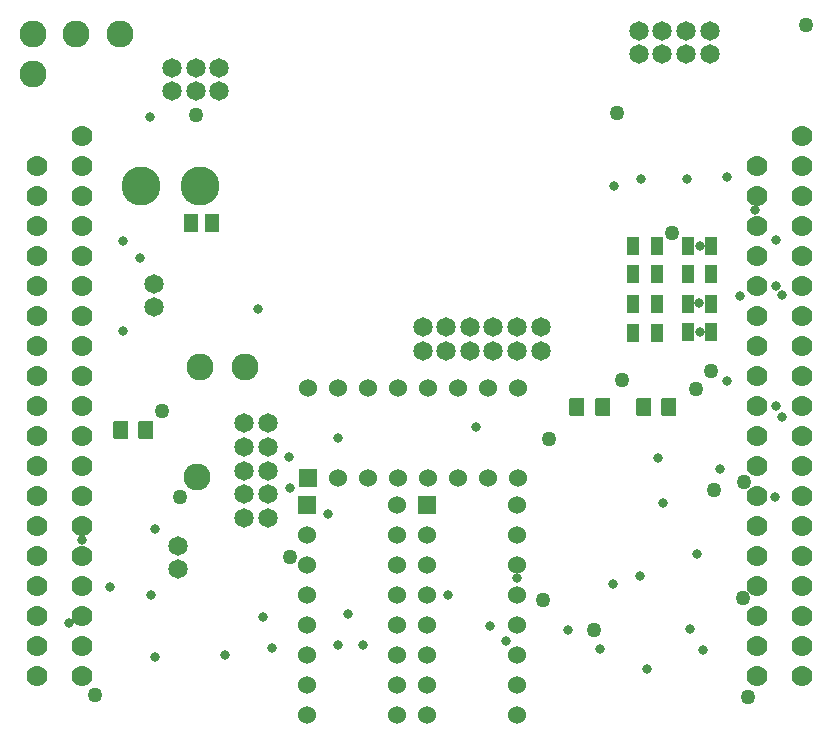
<source format=gbr>
G04 PROTEUS GERBER X2 FILE*
%TF.GenerationSoftware,Labcenter,Proteus,8.12-SP0-Build30713*%
%TF.CreationDate,2021-08-05T01:58:47+00:00*%
%TF.FileFunction,Soldermask,Bot*%
%TF.FilePolarity,Negative*%
%TF.Part,Single*%
%TF.SameCoordinates,{c268b761-3c90-48aa-9c34-52fb7bb1cfd9}*%
%FSLAX45Y45*%
%MOMM*%
G01*
%TA.AperFunction,Material*%
%ADD36C,0.812800*%
%ADD37C,1.270000*%
%TA.AperFunction,Material*%
%ADD39C,1.778000*%
%AMPPAD034*
4,1,36,
0.762000,0.635000,
0.762000,-0.635000,
0.759470,-0.660970,
0.752200,-0.684980,
0.740650,-0.706580,
0.725290,-0.725290,
0.706570,-0.740650,
0.684980,-0.752200,
0.660970,-0.759470,
0.635000,-0.762000,
-0.635000,-0.762000,
-0.660970,-0.759470,
-0.684980,-0.752200,
-0.706570,-0.740650,
-0.725290,-0.725290,
-0.740650,-0.706580,
-0.752200,-0.684980,
-0.759470,-0.660970,
-0.762000,-0.635000,
-0.762000,0.635000,
-0.759470,0.660970,
-0.752200,0.684980,
-0.740650,0.706580,
-0.725290,0.725290,
-0.706570,0.740650,
-0.684980,0.752200,
-0.660970,0.759470,
-0.635000,0.762000,
0.635000,0.762000,
0.660970,0.759470,
0.684980,0.752200,
0.706570,0.740650,
0.725290,0.725290,
0.740650,0.706580,
0.752200,0.684980,
0.759470,0.660970,
0.762000,0.635000,
0*%
%TA.AperFunction,Material*%
%ADD40PPAD034*%
%ADD41C,1.524000*%
%AMPPAD052*
4,1,4,
-0.469900,-0.723900,
0.469900,-0.723900,
0.469900,0.723900,
-0.469900,0.723900,
-0.469900,-0.723900,
0*%
%TA.AperFunction,Material*%
%ADD58PPAD052*%
%TA.AperFunction,Material*%
%ADD47C,1.651000*%
%AMPPAD043*
4,1,36,
-0.635000,0.762000,
0.635000,0.762000,
0.660970,0.759470,
0.684980,0.752200,
0.706580,0.740650,
0.725290,0.725290,
0.740650,0.706570,
0.752200,0.684980,
0.759470,0.660970,
0.762000,0.635000,
0.762000,-0.635000,
0.759470,-0.660970,
0.752200,-0.684980,
0.740650,-0.706570,
0.725290,-0.725290,
0.706580,-0.740650,
0.684980,-0.752200,
0.660970,-0.759470,
0.635000,-0.762000,
-0.635000,-0.762000,
-0.660970,-0.759470,
-0.684980,-0.752200,
-0.706580,-0.740650,
-0.725290,-0.725290,
-0.740650,-0.706570,
-0.752200,-0.684980,
-0.759470,-0.660970,
-0.762000,-0.635000,
-0.762000,0.635000,
-0.759470,0.660970,
-0.752200,0.684980,
-0.740650,0.706570,
-0.725290,0.725290,
-0.706580,0.740650,
-0.684980,0.752200,
-0.660970,0.759470,
-0.635000,0.762000,
0*%
%TA.AperFunction,Material*%
%ADD49PPAD043*%
%TA.AperFunction,Material*%
%ADD50C,3.302000*%
%AMPPAD053*
4,1,36,
0.508000,0.762000,
-0.508000,0.762000,
-0.533970,0.759470,
-0.557980,0.752200,
-0.579580,0.740650,
-0.598290,0.725290,
-0.613650,0.706570,
-0.625200,0.684980,
-0.632470,0.660970,
-0.635000,0.635000,
-0.635000,-0.635000,
-0.632470,-0.660970,
-0.625200,-0.684980,
-0.613650,-0.706570,
-0.598290,-0.725290,
-0.579580,-0.740650,
-0.557980,-0.752200,
-0.533970,-0.759470,
-0.508000,-0.762000,
0.508000,-0.762000,
0.533970,-0.759470,
0.557980,-0.752200,
0.579580,-0.740650,
0.598290,-0.725290,
0.613650,-0.706570,
0.625200,-0.684980,
0.632470,-0.660970,
0.635000,-0.635000,
0.635000,0.635000,
0.632470,0.660970,
0.625200,0.684980,
0.613650,0.706570,
0.598290,0.725290,
0.579580,0.740650,
0.557980,0.752200,
0.533970,0.759470,
0.508000,0.762000,
0*%
%ADD59PPAD053*%
%TA.AperFunction,Material*%
%ADD55C,2.286000*%
%AMPPAD054*
4,1,4,
-0.571500,-0.723900,
0.571500,-0.723900,
0.571500,0.723900,
-0.571500,0.723900,
-0.571500,-0.723900,
0*%
%TA.AperFunction,Material*%
%ADD60PPAD054*%
%TD.AperFunction*%
D36*
X+3975000Y+2410000D03*
X+2248473Y+538991D03*
X+5030000Y+535000D03*
X+640000Y+1454682D03*
X+6045000Y+2060000D03*
X+5873646Y+3218160D03*
X+5863063Y+3466868D03*
X+6568019Y+3528460D03*
X+6568019Y+2497373D03*
X+6343584Y+4253300D03*
X+6519308Y+3998418D03*
X+6515000Y+3605000D03*
X+6514740Y+2589969D03*
X+6511320Y+1823177D03*
D37*
X+5967810Y+2889306D03*
D36*
X+1261942Y+1551886D03*
X+5760000Y+4515000D03*
X+5375000Y+4515000D03*
X+6105000Y+2800000D03*
X+1220000Y+5040000D03*
X+2893587Y+828904D03*
D37*
X+2406671Y+1313311D03*
D36*
X+4097083Y+730914D03*
X+3019851Y+568384D03*
X+2808185Y+566686D03*
X+2721250Y+1679634D03*
X+2400000Y+1900000D03*
D37*
X+6775000Y+5815000D03*
D36*
X+5870081Y+3946698D03*
X+6213656Y+3520168D03*
D37*
X+5839545Y+2738637D03*
X+4594367Y+2308458D03*
D36*
X+5562705Y+1772965D03*
X+5515000Y+2155000D03*
X+5852655Y+1342166D03*
X+3743848Y+995800D03*
X+4233969Y+605861D03*
X+5900000Y+525000D03*
X+5792917Y+700000D03*
X+5362947Y+1150658D03*
X+4326529Y+1136449D03*
X+5137455Y+1088483D03*
X+4756869Y+699624D03*
D37*
X+6280000Y+125000D03*
X+750087Y+142651D03*
D36*
X+875000Y+1056168D03*
X+1227746Y+989777D03*
X+2170612Y+808466D03*
D37*
X+1475494Y+1818235D03*
D36*
X+1850264Y+483591D03*
X+1260000Y+465000D03*
D37*
X+5993993Y+1877360D03*
X+6244015Y+1952651D03*
X+5170000Y+5070000D03*
D36*
X+6103527Y+4531143D03*
X+5423540Y+361688D03*
D37*
X+5210530Y+2814148D03*
X+6240000Y+970000D03*
X+4979473Y+693780D03*
D36*
X+2394949Y+2162980D03*
X+2810000Y+2320000D03*
D37*
X+1605114Y+5058055D03*
X+4547116Y+952889D03*
X+5633621Y+4060070D03*
X+1315000Y+2550000D03*
D36*
X+986767Y+3991061D03*
X+1132194Y+3842828D03*
X+528012Y+755553D03*
X+985000Y+3225126D03*
X+2128723Y+3417429D03*
X+5145000Y+4455000D03*
D39*
X+6737000Y+4880000D03*
X+6356000Y+4626000D03*
X+6737000Y+4626000D03*
X+6356000Y+4372000D03*
X+6737000Y+4372000D03*
X+6356000Y+4118000D03*
X+6737000Y+4118000D03*
X+6356000Y+3864000D03*
X+6737000Y+3864000D03*
X+6356000Y+3610000D03*
X+6737000Y+3610000D03*
X+6356000Y+3356000D03*
X+6737000Y+3356000D03*
X+6356000Y+3102000D03*
X+6737000Y+3102000D03*
X+6356000Y+2848000D03*
X+6737000Y+2848000D03*
X+6356000Y+2594000D03*
X+6737000Y+2594000D03*
X+6356000Y+2340000D03*
X+6737000Y+2340000D03*
X+6356000Y+2086000D03*
X+6737000Y+2086000D03*
X+6356000Y+1832000D03*
X+6737000Y+1832000D03*
X+6356000Y+1578000D03*
X+6737000Y+1578000D03*
X+6356000Y+1324000D03*
X+6737000Y+1324000D03*
X+6356000Y+1070000D03*
X+6737000Y+1070000D03*
X+6356000Y+816000D03*
X+6737000Y+816000D03*
X+6356000Y+562000D03*
X+6737000Y+562000D03*
X+6356000Y+308000D03*
X+6737000Y+308000D03*
D40*
X+2547768Y+1750944D03*
D41*
X+2547768Y+1496944D03*
X+2547768Y+1242944D03*
X+2547768Y+988944D03*
X+2547768Y+734944D03*
X+2547768Y+480944D03*
X+2547768Y+226944D03*
X+2547768Y-27056D03*
X+3309768Y-27056D03*
X+3309768Y+226944D03*
X+3309768Y+480944D03*
X+3309768Y+734944D03*
X+3309768Y+988944D03*
X+3309768Y+1242944D03*
X+3309768Y+1496944D03*
X+3309768Y+1750944D03*
D40*
X+3559768Y+1750944D03*
D41*
X+3559768Y+1496944D03*
X+3559768Y+1242944D03*
X+3559768Y+988944D03*
X+3559768Y+734944D03*
X+3559768Y+480944D03*
X+3559768Y+226944D03*
X+3559768Y-27056D03*
X+4321768Y-27056D03*
X+4321768Y+226944D03*
X+4321768Y+480944D03*
X+4321768Y+734944D03*
X+4321768Y+988944D03*
X+4321768Y+1242944D03*
X+4321768Y+1496944D03*
X+4321768Y+1750944D03*
D58*
X+5310000Y+3456327D03*
X+5510000Y+3456327D03*
X+5310000Y+3211327D03*
X+5510000Y+3211327D03*
X+5310000Y+3946327D03*
X+5510000Y+3946327D03*
X+5310000Y+3706327D03*
X+5510000Y+3706327D03*
X+5770000Y+3946327D03*
X+5970000Y+3946327D03*
X+5770000Y+3711327D03*
X+5970000Y+3711327D03*
X+5770000Y+3456327D03*
X+5970000Y+3456327D03*
X+5770000Y+3216327D03*
X+5970000Y+3216327D03*
D47*
X+1405000Y+5255000D03*
X+1405000Y+5455000D03*
X+1605000Y+5255000D03*
X+1605000Y+5455000D03*
X+1805000Y+5255000D03*
X+1805000Y+5455000D03*
D49*
X+2555768Y+1984944D03*
D41*
X+2809768Y+1984944D03*
X+3063768Y+1984944D03*
X+3317768Y+1984944D03*
X+3571768Y+1984944D03*
X+3825768Y+1984944D03*
X+4079768Y+1984944D03*
X+4333768Y+1984944D03*
X+4333768Y+2746944D03*
X+4079768Y+2746944D03*
X+3825768Y+2746944D03*
X+3571768Y+2746944D03*
X+3317768Y+2746944D03*
X+3063768Y+2746944D03*
X+2809768Y+2746944D03*
X+2555768Y+2746944D03*
D50*
X+1139620Y+4455000D03*
X+1640000Y+4455000D03*
D59*
X+5050000Y+2580000D03*
X+4836640Y+2580000D03*
X+5613360Y+2580000D03*
X+5400000Y+2580000D03*
X+1183360Y+2390000D03*
X+970000Y+2390000D03*
D47*
X+1249056Y+3629056D03*
X+1249056Y+3429056D03*
D39*
X+641000Y+4876000D03*
X+260000Y+4622000D03*
X+641000Y+4622000D03*
X+260000Y+4368000D03*
X+641000Y+4368000D03*
X+260000Y+4114000D03*
X+641000Y+4114000D03*
X+260000Y+3860000D03*
X+641000Y+3860000D03*
X+260000Y+3606000D03*
X+641000Y+3606000D03*
X+260000Y+3352000D03*
X+641000Y+3352000D03*
X+260000Y+3098000D03*
X+641000Y+3098000D03*
X+260000Y+2844000D03*
X+641000Y+2844000D03*
X+260000Y+2590000D03*
X+641000Y+2590000D03*
X+260000Y+2336000D03*
X+641000Y+2336000D03*
X+260000Y+2082000D03*
X+641000Y+2082000D03*
X+260000Y+1828000D03*
X+641000Y+1828000D03*
X+260000Y+1574000D03*
X+641000Y+1574000D03*
X+260000Y+1320000D03*
X+641000Y+1320000D03*
X+260000Y+1066000D03*
X+641000Y+1066000D03*
X+260000Y+812000D03*
X+641000Y+812000D03*
X+260000Y+558000D03*
X+641000Y+558000D03*
X+260000Y+304000D03*
X+641000Y+304000D03*
D47*
X+1455000Y+1210000D03*
X+1455000Y+1410000D03*
D55*
X+1615000Y+1990000D03*
X+230000Y+5405000D03*
D47*
X+5355000Y+5570000D03*
X+5355000Y+5770000D03*
X+5555000Y+5570000D03*
X+5555000Y+5770000D03*
X+5755000Y+5570000D03*
X+5755000Y+5770000D03*
X+5955000Y+5570000D03*
X+5955000Y+5770000D03*
X+2015000Y+2445000D03*
X+2215000Y+2445000D03*
X+2015000Y+2245000D03*
X+2215000Y+2245000D03*
X+2015000Y+2045000D03*
X+2215000Y+2045000D03*
X+2015000Y+1845000D03*
X+2215000Y+1845000D03*
X+2015000Y+1645000D03*
X+2215000Y+1645000D03*
D55*
X+230000Y+5740000D03*
X+595000Y+5740000D03*
X+960000Y+5740000D03*
D47*
X+3525000Y+3060000D03*
X+3525000Y+3260000D03*
X+3725000Y+3060000D03*
X+3725000Y+3260000D03*
X+3925000Y+3060000D03*
X+3925000Y+3260000D03*
X+4125000Y+3060000D03*
X+4125000Y+3260000D03*
X+4325000Y+3060000D03*
X+4325000Y+3260000D03*
X+4525000Y+3060000D03*
X+4525000Y+3260000D03*
D55*
X+1645000Y+2925000D03*
X+2020000Y+2925000D03*
D60*
X+1565000Y+4140000D03*
X+1745000Y+4140000D03*
M02*

</source>
